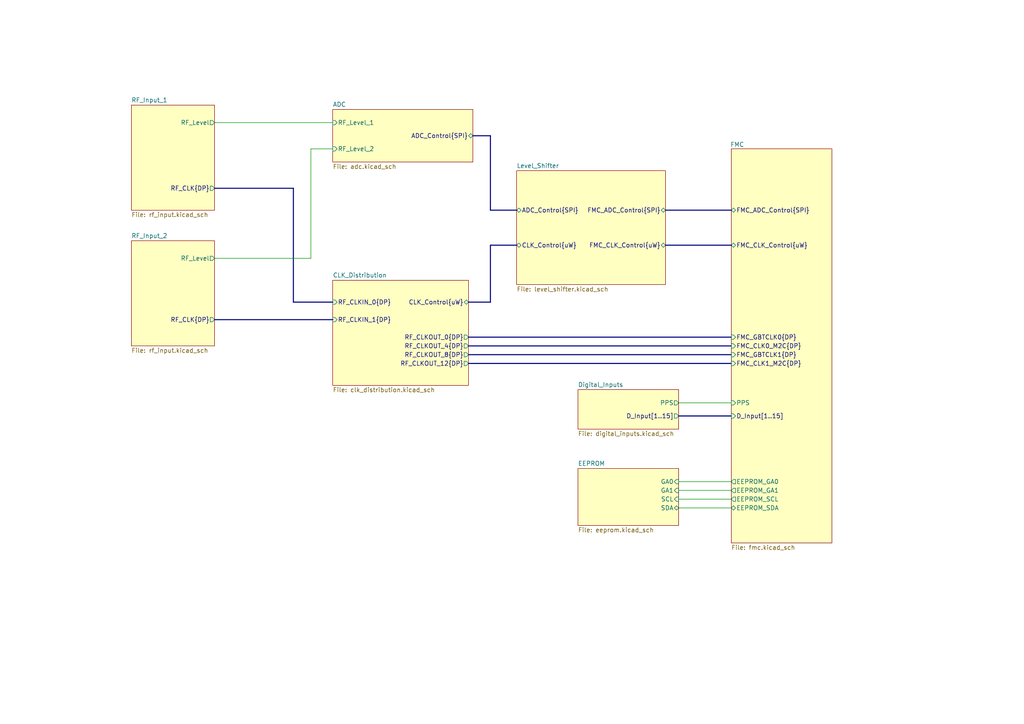
<source format=kicad_sch>
(kicad_sch
	(version 20250114)
	(generator "eeschema")
	(generator_version "9.0")
	(uuid "1719e569-47c8-4fa0-8523-9c9686ef0dba")
	(paper "A4")
	(title_block
		(title "RF Input FMC Board")
		(date "2025-10-01")
		(rev "0.1")
		(company "Osprey DCS")
		(comment 1 "Pedro Rodriguez")
	)
	(lib_symbols)
	(wire
		(pts
			(xy 196.85 147.32) (xy 212.09 147.32)
		)
		(stroke
			(width 0)
			(type default)
		)
		(uuid "0692a430-9208-4d27-bca0-042be1e91843")
	)
	(wire
		(pts
			(xy 90.17 43.18) (xy 90.17 74.93)
		)
		(stroke
			(width 0)
			(type default)
		)
		(uuid "0e49d617-464d-4174-929e-fd40a15709a3")
	)
	(wire
		(pts
			(xy 196.85 139.7) (xy 212.09 139.7)
		)
		(stroke
			(width 0)
			(type default)
		)
		(uuid "1d88bead-48c4-4b99-927b-7929d37ab828")
	)
	(wire
		(pts
			(xy 196.85 144.78) (xy 212.09 144.78)
		)
		(stroke
			(width 0)
			(type default)
		)
		(uuid "298802d1-5fdb-4aea-9d74-d23726bd5511")
	)
	(bus
		(pts
			(xy 85.09 87.63) (xy 96.52 87.63)
		)
		(stroke
			(width 0)
			(type default)
		)
		(uuid "2dbe3c67-83a9-47d3-bf73-cdc11aac3421")
	)
	(bus
		(pts
			(xy 135.89 100.33) (xy 212.09 100.33)
		)
		(stroke
			(width 0)
			(type default)
		)
		(uuid "317d671b-ade2-48b9-8f19-40046780f47d")
	)
	(bus
		(pts
			(xy 135.89 97.79) (xy 212.09 97.79)
		)
		(stroke
			(width 0)
			(type default)
		)
		(uuid "408230ab-41f1-4121-93bb-985da4acb30a")
	)
	(bus
		(pts
			(xy 135.89 105.41) (xy 212.09 105.41)
		)
		(stroke
			(width 0)
			(type default)
		)
		(uuid "4fdc04b1-ea1f-4625-b582-9915390be29a")
	)
	(bus
		(pts
			(xy 193.04 71.12) (xy 212.09 71.12)
		)
		(stroke
			(width 0)
			(type default)
		)
		(uuid "613b1463-35da-4568-b233-2e533af4ee2b")
	)
	(bus
		(pts
			(xy 142.24 39.37) (xy 142.24 60.96)
		)
		(stroke
			(width 0)
			(type default)
		)
		(uuid "639442b4-110f-4795-ae8d-bcd2bb31a85f")
	)
	(wire
		(pts
			(xy 196.85 116.84) (xy 212.09 116.84)
		)
		(stroke
			(width 0)
			(type default)
		)
		(uuid "6d2f9c37-4123-4064-94a2-91b64dd4b6cc")
	)
	(bus
		(pts
			(xy 85.09 54.61) (xy 85.09 87.63)
		)
		(stroke
			(width 0)
			(type default)
		)
		(uuid "6e3b6ff4-e24b-4625-9f6c-46ac393dd9bd")
	)
	(bus
		(pts
			(xy 137.16 39.37) (xy 142.24 39.37)
		)
		(stroke
			(width 0)
			(type default)
		)
		(uuid "6e8ac06e-e753-458b-a5da-daef010ec254")
	)
	(wire
		(pts
			(xy 96.52 43.18) (xy 90.17 43.18)
		)
		(stroke
			(width 0)
			(type default)
		)
		(uuid "706022a1-340f-4c42-9ee9-a15096ea7074")
	)
	(wire
		(pts
			(xy 62.23 35.56) (xy 96.52 35.56)
		)
		(stroke
			(width 0)
			(type default)
		)
		(uuid "773a77f2-f9be-4569-938e-e35ac1a47a3d")
	)
	(bus
		(pts
			(xy 196.85 120.65) (xy 212.09 120.65)
		)
		(stroke
			(width 0)
			(type default)
		)
		(uuid "7c348c80-2abe-4551-99c1-d3423665742a")
	)
	(bus
		(pts
			(xy 142.24 60.96) (xy 149.86 60.96)
		)
		(stroke
			(width 0)
			(type default)
		)
		(uuid "8cd9132c-7bbd-4121-9094-c6184835d797")
	)
	(bus
		(pts
			(xy 142.24 87.63) (xy 142.24 71.12)
		)
		(stroke
			(width 0)
			(type default)
		)
		(uuid "962ec83c-685c-4469-844e-13c217ac02da")
	)
	(bus
		(pts
			(xy 62.23 92.71) (xy 96.52 92.71)
		)
		(stroke
			(width 0)
			(type default)
		)
		(uuid "a40d8e6c-056d-4b88-b147-c2bffe4a2494")
	)
	(bus
		(pts
			(xy 142.24 71.12) (xy 149.86 71.12)
		)
		(stroke
			(width 0)
			(type default)
		)
		(uuid "a9f77a8c-ad07-4d1f-9080-e7100d8fc58c")
	)
	(bus
		(pts
			(xy 135.89 87.63) (xy 142.24 87.63)
		)
		(stroke
			(width 0)
			(type default)
		)
		(uuid "af155c3b-f0ae-4fa1-9b53-207a3d17d862")
	)
	(bus
		(pts
			(xy 135.89 102.87) (xy 212.09 102.87)
		)
		(stroke
			(width 0)
			(type default)
		)
		(uuid "bfaf24a0-5aec-49c4-a54c-28ee3f6ebf15")
	)
	(wire
		(pts
			(xy 196.85 142.24) (xy 212.09 142.24)
		)
		(stroke
			(width 0)
			(type default)
		)
		(uuid "c1f58ff0-086a-4fd0-95b3-2cd831cac1a5")
	)
	(bus
		(pts
			(xy 193.04 60.96) (xy 212.09 60.96)
		)
		(stroke
			(width 0)
			(type default)
		)
		(uuid "c20ecbcf-dd28-484b-ac6a-374323430d70")
	)
	(bus
		(pts
			(xy 62.23 54.61) (xy 85.09 54.61)
		)
		(stroke
			(width 0)
			(type default)
		)
		(uuid "e558ded2-e25f-49ce-a9d2-acb485e65245")
	)
	(wire
		(pts
			(xy 90.17 74.93) (xy 62.23 74.93)
		)
		(stroke
			(width 0)
			(type default)
		)
		(uuid "f1833206-bdab-459e-a9ba-f88fffd086d2")
	)
	(sheet
		(at 38.1 69.85)
		(size 24.13 30.48)
		(exclude_from_sim no)
		(in_bom yes)
		(on_board yes)
		(dnp no)
		(fields_autoplaced yes)
		(stroke
			(width 0.1524)
			(type solid)
		)
		(fill
			(color 255 255 194 1.0000)
		)
		(uuid "156192cf-3256-41cf-9cf3-c1bc456cdae1")
		(property "Sheetname" "RF_Input_2"
			(at 38.1 69.1384 0)
			(effects
				(font
					(size 1.27 1.27)
				)
				(justify left bottom)
			)
		)
		(property "Sheetfile" "rf_input.kicad_sch"
			(at 38.1 100.9146 0)
			(effects
				(font
					(size 1.27 1.27)
				)
				(justify left top)
			)
		)
		(pin "RF_Level" output
			(at 62.23 74.93 0)
			(uuid "862819ae-d12d-4a5f-bbdf-6f9b67d9cafe")
			(effects
				(font
					(size 1.27 1.27)
				)
				(justify right)
			)
		)
		(pin "RF_CLK{DP}" output
			(at 62.23 92.71 0)
			(uuid "7534ddff-e682-477d-b913-3c872c7bd52f")
			(effects
				(font
					(size 1.27 1.27)
				)
				(justify right)
			)
		)
		(instances
			(project "rf-input-fmc"
				(path "/1719e569-47c8-4fa0-8523-9c9686ef0dba"
					(page "3")
				)
			)
		)
	)
	(sheet
		(at 167.64 113.03)
		(size 29.21 11.43)
		(exclude_from_sim no)
		(in_bom yes)
		(on_board yes)
		(dnp no)
		(fields_autoplaced yes)
		(stroke
			(width 0.1524)
			(type solid)
		)
		(fill
			(color 255 255 194 1.0000)
		)
		(uuid "4cafb3fc-40db-4b97-9099-60c0c4fd2349")
		(property "Sheetname" "Digital_Inputs"
			(at 167.64 112.3184 0)
			(effects
				(font
					(size 1.27 1.27)
				)
				(justify left bottom)
			)
		)
		(property "Sheetfile" "digital_inputs.kicad_sch"
			(at 167.64 125.0446 0)
			(effects
				(font
					(size 1.27 1.27)
				)
				(justify left top)
			)
		)
		(pin "D_Input[1..15]" output
			(at 196.85 120.65 0)
			(uuid "67380b87-7078-4993-a6bd-691470f50ee1")
			(effects
				(font
					(size 1.27 1.27)
				)
				(justify right)
			)
		)
		(pin "PPS" output
			(at 196.85 116.84 0)
			(uuid "e74d0aee-3de7-4233-b5e5-a8177a348430")
			(effects
				(font
					(size 1.27 1.27)
				)
				(justify right)
			)
		)
		(instances
			(project "rf-input-fmc"
				(path "/1719e569-47c8-4fa0-8523-9c9686ef0dba"
					(page "7")
				)
			)
		)
	)
	(sheet
		(at 38.1 30.48)
		(size 24.13 30.48)
		(exclude_from_sim no)
		(in_bom yes)
		(on_board yes)
		(dnp no)
		(fields_autoplaced yes)
		(stroke
			(width 0.1524)
			(type solid)
		)
		(fill
			(color 255 255 194 1.0000)
		)
		(uuid "556a51f6-8ee2-4c5a-bdc7-bf826ed661b3")
		(property "Sheetname" "RF_Input_1"
			(at 38.1 29.7684 0)
			(effects
				(font
					(size 1.27 1.27)
				)
				(justify left bottom)
			)
		)
		(property "Sheetfile" "rf_input.kicad_sch"
			(at 38.1 61.5446 0)
			(effects
				(font
					(size 1.27 1.27)
				)
				(justify left top)
			)
		)
		(pin "RF_Level" output
			(at 62.23 35.56 0)
			(uuid "96d72784-a742-4b4c-b635-4ea6b8d92e24")
			(effects
				(font
					(size 1.27 1.27)
				)
				(justify right)
			)
		)
		(pin "RF_CLK{DP}" output
			(at 62.23 54.61 0)
			(uuid "c31e8ac6-b948-423c-b8fb-51a0f29fa779")
			(effects
				(font
					(size 1.27 1.27)
				)
				(justify right)
			)
		)
		(instances
			(project "rf-input-fmc"
				(path "/1719e569-47c8-4fa0-8523-9c9686ef0dba"
					(page "2")
				)
			)
		)
	)
	(sheet
		(at 149.86 49.53)
		(size 43.18 33.02)
		(exclude_from_sim no)
		(in_bom yes)
		(on_board yes)
		(dnp no)
		(fields_autoplaced yes)
		(stroke
			(width 0.1524)
			(type solid)
		)
		(fill
			(color 255 255 194 1.0000)
		)
		(uuid "7ed30b4c-0807-4669-9538-d7b4000cea57")
		(property "Sheetname" "Level_Shifter"
			(at 149.86 48.8184 0)
			(effects
				(font
					(size 1.27 1.27)
				)
				(justify left bottom)
			)
		)
		(property "Sheetfile" "level_shifter.kicad_sch"
			(at 149.86 83.1346 0)
			(effects
				(font
					(size 1.27 1.27)
				)
				(justify left top)
			)
		)
		(pin "ADC_Control{SPI}" bidirectional
			(at 149.86 60.96 180)
			(uuid "df22cdd9-6ba1-4511-af84-0a70197ec628")
			(effects
				(font
					(size 1.27 1.27)
				)
				(justify left)
			)
		)
		(pin "CLK_Control{uW}" bidirectional
			(at 149.86 71.12 180)
			(uuid "6fefb77c-1192-4108-82d8-86242e5ad9ad")
			(effects
				(font
					(size 1.27 1.27)
				)
				(justify left)
			)
		)
		(pin "FMC_ADC_Control{SPI}" bidirectional
			(at 193.04 60.96 0)
			(uuid "dc41909a-744b-43be-a81b-d0418a9e6e31")
			(effects
				(font
					(size 1.27 1.27)
				)
				(justify right)
			)
		)
		(pin "FMC_CLK_Control{uW}" bidirectional
			(at 193.04 71.12 0)
			(uuid "4090114e-d365-412b-95bc-a54e2c1c93ef")
			(effects
				(font
					(size 1.27 1.27)
				)
				(justify right)
			)
		)
		(instances
			(project "rf-input-fmc"
				(path "/1719e569-47c8-4fa0-8523-9c9686ef0dba"
					(page "6")
				)
			)
		)
	)
	(sheet
		(at 212.09 43.18)
		(size 29.21 114.3)
		(exclude_from_sim no)
		(in_bom yes)
		(on_board yes)
		(dnp no)
		(stroke
			(width 0.1524)
			(type solid)
		)
		(fill
			(color 255 255 194 1.0000)
		)
		(uuid "8aff4400-91ca-4a4b-be62-b9bc642d9108")
		(property "Sheetname" "FMC"
			(at 211.836 42.672 0)
			(effects
				(font
					(size 1.27 1.27)
				)
				(justify left bottom)
			)
		)
		(property "Sheetfile" "fmc.kicad_sch"
			(at 212.09 158.0646 0)
			(effects
				(font
					(size 1.27 1.27)
				)
				(justify left top)
			)
		)
		(pin "EEPROM_GA0" output
			(at 212.09 139.7 180)
			(uuid "0721301e-6a01-4c90-9664-bd4e3892ec13")
			(effects
				(font
					(size 1.27 1.27)
				)
				(justify left)
			)
		)
		(pin "EEPROM_GA1" output
			(at 212.09 142.24 180)
			(uuid "7f77ad13-40b9-41f0-83d9-0ea6d7ad1779")
			(effects
				(font
					(size 1.27 1.27)
				)
				(justify left)
			)
		)
		(pin "EEPROM_SCL" output
			(at 212.09 144.78 180)
			(uuid "240a04cf-9553-4d70-a5d5-a5e3cf06aa7d")
			(effects
				(font
					(size 1.27 1.27)
				)
				(justify left)
			)
		)
		(pin "EEPROM_SDA" bidirectional
			(at 212.09 147.32 180)
			(uuid "19805508-5da9-4c63-a25a-f039cba05b28")
			(effects
				(font
					(size 1.27 1.27)
				)
				(justify left)
			)
		)
		(pin "D_Input[1..15]" input
			(at 212.09 120.65 180)
			(uuid "355ea5ff-73f8-4145-8233-403bb4b7b390")
			(effects
				(font
					(size 1.27 1.27)
				)
				(justify left)
			)
		)
		(pin "FMC_ADC_Control{SPI}" bidirectional
			(at 212.09 60.96 180)
			(uuid "3a69918a-2c3f-4367-b156-dcfdee5fc70b")
			(effects
				(font
					(size 1.27 1.27)
				)
				(justify left)
			)
		)
		(pin "FMC_CLK0_M2C{DP}" input
			(at 212.09 100.33 180)
			(uuid "71afeaf0-a678-4860-b249-66e01f5743de")
			(effects
				(font
					(size 1.27 1.27)
				)
				(justify left)
			)
		)
		(pin "FMC_CLK1_M2C{DP}" input
			(at 212.09 105.41 180)
			(uuid "8b102b1a-c396-40d6-9060-099f59356313")
			(effects
				(font
					(size 1.27 1.27)
				)
				(justify left)
			)
		)
		(pin "FMC_CLK_Control{uW}" bidirectional
			(at 212.09 71.12 180)
			(uuid "5ba94caf-667f-4e0e-b9a4-8b23811f47f1")
			(effects
				(font
					(size 1.27 1.27)
				)
				(justify left)
			)
		)
		(pin "FMC_GBTCLK0{DP}" input
			(at 212.09 97.79 180)
			(uuid "231f61de-5d3e-4d7e-afde-930255d9d773")
			(effects
				(font
					(size 1.27 1.27)
				)
				(justify left)
			)
		)
		(pin "FMC_GBTCLK1{DP}" input
			(at 212.09 102.87 180)
			(uuid "341c1820-f0df-4d63-b367-f15e9a67566a")
			(effects
				(font
					(size 1.27 1.27)
				)
				(justify left)
			)
		)
		(pin "PPS" input
			(at 212.09 116.84 180)
			(uuid "74fd3613-3125-44b7-9887-1f7635c71d4b")
			(effects
				(font
					(size 1.27 1.27)
				)
				(justify left)
			)
		)
		(instances
			(project "rf-input-fmc"
				(path "/1719e569-47c8-4fa0-8523-9c9686ef0dba"
					(page "9")
				)
			)
		)
	)
	(sheet
		(at 167.64 135.89)
		(size 29.21 16.51)
		(exclude_from_sim no)
		(in_bom yes)
		(on_board yes)
		(dnp no)
		(fields_autoplaced yes)
		(stroke
			(width 0.1524)
			(type solid)
		)
		(fill
			(color 255 255 194 1.0000)
		)
		(uuid "b67143af-be65-48ce-8e48-a6da90939d69")
		(property "Sheetname" "EEPROM"
			(at 167.64 135.1784 0)
			(effects
				(font
					(size 1.27 1.27)
				)
				(justify left bottom)
			)
		)
		(property "Sheetfile" "eeprom.kicad_sch"
			(at 167.64 152.9846 0)
			(effects
				(font
					(size 1.27 1.27)
				)
				(justify left top)
			)
		)
		(pin "GA0" input
			(at 196.85 139.7 0)
			(uuid "13ca4ae0-f94a-44f1-ad58-d4a50e433d33")
			(effects
				(font
					(size 1.27 1.27)
				)
				(justify right)
			)
		)
		(pin "GA1" input
			(at 196.85 142.24 0)
			(uuid "5122e5f3-bc25-4f80-867f-cdab6900f0e7")
			(effects
				(font
					(size 1.27 1.27)
				)
				(justify right)
			)
		)
		(pin "SCL" input
			(at 196.85 144.78 0)
			(uuid "6e447690-2939-476a-b554-72b3c18cd534")
			(effects
				(font
					(size 1.27 1.27)
				)
				(justify right)
			)
		)
		(pin "SDA" bidirectional
			(at 196.85 147.32 0)
			(uuid "dad71b93-fada-4208-a2b0-6fcf73b56c53")
			(effects
				(font
					(size 1.27 1.27)
				)
				(justify right)
			)
		)
		(instances
			(project "rf-input-fmc"
				(path "/1719e569-47c8-4fa0-8523-9c9686ef0dba"
					(page "8")
				)
			)
		)
	)
	(sheet
		(at 96.52 31.75)
		(size 40.64 15.24)
		(exclude_from_sim no)
		(in_bom yes)
		(on_board yes)
		(dnp no)
		(fields_autoplaced yes)
		(stroke
			(width 0.1524)
			(type solid)
		)
		(fill
			(color 255 255 194 1.0000)
		)
		(uuid "d098b615-7cba-44eb-be59-7a71f2f48c2b")
		(property "Sheetname" "ADC"
			(at 96.52 31.0384 0)
			(effects
				(font
					(size 1.27 1.27)
				)
				(justify left bottom)
			)
		)
		(property "Sheetfile" "adc.kicad_sch"
			(at 96.52 47.5746 0)
			(effects
				(font
					(size 1.27 1.27)
				)
				(justify left top)
			)
		)
		(pin "RF_Level_1" input
			(at 96.52 35.56 180)
			(uuid "11abf251-8e53-4162-8a3f-2235f0181079")
			(effects
				(font
					(size 1.27 1.27)
				)
				(justify left)
			)
		)
		(pin "RF_Level_2" input
			(at 96.52 43.18 180)
			(uuid "cdc9b9a8-f161-4bb3-8411-d9a195ac139f")
			(effects
				(font
					(size 1.27 1.27)
				)
				(justify left)
			)
		)
		(pin "ADC_Control{SPI}" bidirectional
			(at 137.16 39.37 0)
			(uuid "64e4dd20-1c8a-4ca0-8f3e-f80917acbdce")
			(effects
				(font
					(size 1.27 1.27)
				)
				(justify right)
			)
		)
		(instances
			(project "rf-input-fmc"
				(path "/1719e569-47c8-4fa0-8523-9c9686ef0dba"
					(page "5")
				)
			)
		)
	)
	(sheet
		(at 96.52 81.28)
		(size 39.37 30.48)
		(exclude_from_sim no)
		(in_bom yes)
		(on_board yes)
		(dnp no)
		(fields_autoplaced yes)
		(stroke
			(width 0.1524)
			(type solid)
		)
		(fill
			(color 255 255 194 1.0000)
		)
		(uuid "e5510460-d5a9-4d09-b8a1-20d3075b72db")
		(property "Sheetname" "CLK_Distribution"
			(at 96.52 80.5684 0)
			(effects
				(font
					(size 1.27 1.27)
				)
				(justify left bottom)
			)
		)
		(property "Sheetfile" "clk_distribution.kicad_sch"
			(at 96.52 112.3446 0)
			(effects
				(font
					(size 1.27 1.27)
				)
				(justify left top)
			)
		)
		(pin "CLK_Control{uW}" bidirectional
			(at 135.89 87.63 0)
			(uuid "de9399cd-6c7d-4e05-9b81-64d75e7d5882")
			(effects
				(font
					(size 1.27 1.27)
				)
				(justify right)
			)
		)
		(pin "RF_CLKIN_0{DP}" input
			(at 96.52 87.63 180)
			(uuid "931a3c0c-b99b-4b85-9cbc-517e9ca58aea")
			(effects
				(font
					(size 1.27 1.27)
				)
				(justify left)
			)
		)
		(pin "RF_CLKIN_1{DP}" input
			(at 96.52 92.71 180)
			(uuid "b80b2e80-da28-44e9-915d-ad1be5685ccf")
			(effects
				(font
					(size 1.27 1.27)
				)
				(justify left)
			)
		)
		(pin "RF_CLKOUT_0{DP}" output
			(at 135.89 97.79 0)
			(uuid "bc8105e7-9ab4-4b55-ae53-0c81ca2200db")
			(effects
				(font
					(size 1.27 1.27)
				)
				(justify right)
			)
		)
		(pin "RF_CLKOUT_4{DP}" output
			(at 135.89 100.33 0)
			(uuid "fa43e183-2d0c-4824-b42f-231a6853401a")
			(effects
				(font
					(size 1.27 1.27)
				)
				(justify right)
			)
		)
		(pin "RF_CLKOUT_8{DP}" output
			(at 135.89 102.87 0)
			(uuid "a3a27af0-f6cd-463a-8a12-bc3f7aae30e0")
			(effects
				(font
					(size 1.27 1.27)
				)
				(justify right)
			)
		)
		(pin "RF_CLKOUT_12{DP}" output
			(at 135.89 105.41 0)
			(uuid "37dec2a1-6294-48f9-8dfc-aa38861b1b0a")
			(effects
				(font
					(size 1.27 1.27)
				)
				(justify right)
			)
		)
		(instances
			(project "rf-input-fmc"
				(path "/1719e569-47c8-4fa0-8523-9c9686ef0dba"
					(page "4")
				)
			)
		)
	)
	(sheet_instances
		(path "/"
			(page "1")
		)
	)
	(embedded_fonts no)
)

</source>
